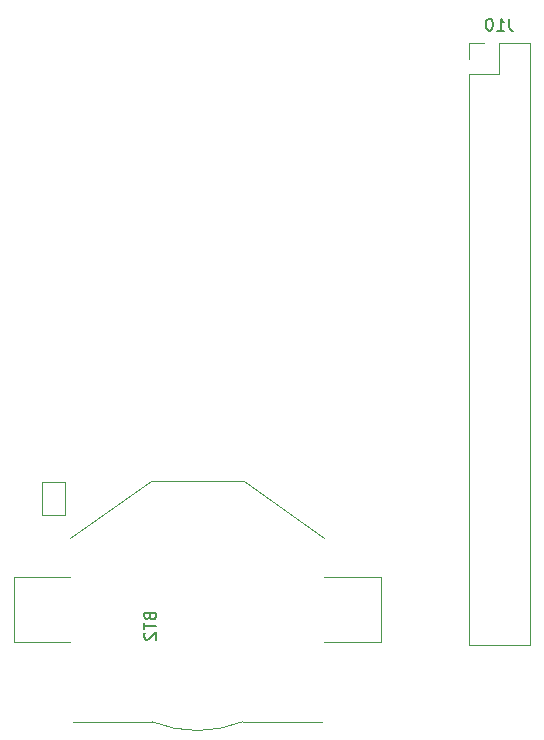
<source format=gbr>
%TF.GenerationSoftware,KiCad,Pcbnew,(6.99.0-2504-g6a9c6e8599)*%
%TF.CreationDate,2023-09-25T01:47:04-07:00*%
%TF.ProjectId,BuoyPower,42756f79-506f-4776-9572-2e6b69636164,rev?*%
%TF.SameCoordinates,Original*%
%TF.FileFunction,Legend,Bot*%
%TF.FilePolarity,Positive*%
%FSLAX46Y46*%
G04 Gerber Fmt 4.6, Leading zero omitted, Abs format (unit mm)*
G04 Created by KiCad (PCBNEW (6.99.0-2504-g6a9c6e8599)) date 2023-09-25 01:47:04*
%MOMM*%
%LPD*%
G01*
G04 APERTURE LIST*
%ADD10C,0.150000*%
%ADD11C,0.120000*%
G04 APERTURE END LIST*
D10*
%TO.C,J10*%
X178277523Y-70641380D02*
X178277523Y-71355666D01*
X178277523Y-71355666D02*
X178325142Y-71498523D01*
X178325142Y-71498523D02*
X178420380Y-71593761D01*
X178420380Y-71593761D02*
X178563237Y-71641380D01*
X178563237Y-71641380D02*
X178658475Y-71641380D01*
X177277523Y-71641380D02*
X177848951Y-71641380D01*
X177563237Y-71641380D02*
X177563237Y-70641380D01*
X177563237Y-70641380D02*
X177658475Y-70784238D01*
X177658475Y-70784238D02*
X177753713Y-70879476D01*
X177753713Y-70879476D02*
X177848951Y-70927095D01*
X176658475Y-70641380D02*
X176563237Y-70641380D01*
X176563237Y-70641380D02*
X176467999Y-70689000D01*
X176467999Y-70689000D02*
X176420380Y-70736619D01*
X176420380Y-70736619D02*
X176372761Y-70831857D01*
X176372761Y-70831857D02*
X176325142Y-71022333D01*
X176325142Y-71022333D02*
X176325142Y-71260428D01*
X176325142Y-71260428D02*
X176372761Y-71450904D01*
X176372761Y-71450904D02*
X176420380Y-71546142D01*
X176420380Y-71546142D02*
X176467999Y-71593761D01*
X176467999Y-71593761D02*
X176563237Y-71641380D01*
X176563237Y-71641380D02*
X176658475Y-71641380D01*
X176658475Y-71641380D02*
X176753713Y-71593761D01*
X176753713Y-71593761D02*
X176801332Y-71546142D01*
X176801332Y-71546142D02*
X176848951Y-71450904D01*
X176848951Y-71450904D02*
X176896570Y-71260428D01*
X176896570Y-71260428D02*
X176896570Y-71022333D01*
X176896570Y-71022333D02*
X176848951Y-70831857D01*
X176848951Y-70831857D02*
X176801332Y-70736619D01*
X176801332Y-70736619D02*
X176753713Y-70689000D01*
X176753713Y-70689000D02*
X176658475Y-70641380D01*
%TO.C,BT2*%
X147861571Y-121245785D02*
X147909190Y-121388642D01*
X147909190Y-121388642D02*
X147956809Y-121436261D01*
X147956809Y-121436261D02*
X148052047Y-121483880D01*
X148052047Y-121483880D02*
X148194904Y-121483880D01*
X148194904Y-121483880D02*
X148290142Y-121436261D01*
X148290142Y-121436261D02*
X148337761Y-121388642D01*
X148337761Y-121388642D02*
X148385380Y-121293404D01*
X148385380Y-121293404D02*
X148385380Y-120912452D01*
X148385380Y-120912452D02*
X147385380Y-120912452D01*
X147385380Y-120912452D02*
X147385380Y-121245785D01*
X147385380Y-121245785D02*
X147433000Y-121341023D01*
X147433000Y-121341023D02*
X147480619Y-121388642D01*
X147480619Y-121388642D02*
X147575857Y-121436261D01*
X147575857Y-121436261D02*
X147671095Y-121436261D01*
X147671095Y-121436261D02*
X147766333Y-121388642D01*
X147766333Y-121388642D02*
X147813952Y-121341023D01*
X147813952Y-121341023D02*
X147861571Y-121245785D01*
X147861571Y-121245785D02*
X147861571Y-120912452D01*
X147385380Y-121769595D02*
X147385380Y-122341023D01*
X148385380Y-122055309D02*
X147385380Y-122055309D01*
X147480619Y-122626738D02*
X147433000Y-122674357D01*
X147433000Y-122674357D02*
X147385380Y-122769595D01*
X147385380Y-122769595D02*
X147385380Y-123007690D01*
X147385380Y-123007690D02*
X147433000Y-123102928D01*
X147433000Y-123102928D02*
X147480619Y-123150547D01*
X147480619Y-123150547D02*
X147575857Y-123198166D01*
X147575857Y-123198166D02*
X147671095Y-123198166D01*
X147671095Y-123198166D02*
X147813952Y-123150547D01*
X147813952Y-123150547D02*
X148385380Y-122579119D01*
X148385380Y-122579119D02*
X148385380Y-123198166D01*
D11*
%TO.C,JP42*%
X138700000Y-109852000D02*
X138700000Y-112652000D01*
X140700000Y-109852000D02*
X138700000Y-109852000D01*
X138700000Y-112652000D02*
X140700000Y-112652000D01*
X140700000Y-112652000D02*
X140700000Y-109852000D01*
%TO.C,J10*%
X180068000Y-123634000D02*
X174868000Y-123634000D01*
X180068000Y-72714000D02*
X180068000Y-123634000D01*
X180068000Y-72714000D02*
X177468000Y-72714000D01*
X177468000Y-75314000D02*
X174868000Y-75314000D01*
X177468000Y-72714000D02*
X177468000Y-75314000D01*
X176198000Y-72714000D02*
X174868000Y-72714000D01*
X174868000Y-75314000D02*
X174868000Y-123634000D01*
X174868000Y-72714000D02*
X174868000Y-74044000D01*
%TO.C,BT2*%
X136342000Y-117900000D02*
X141142000Y-117900000D01*
X136342000Y-123400000D02*
X136342000Y-117900000D01*
X141092000Y-114600000D02*
X147942000Y-109800000D01*
X141142000Y-123400000D02*
X136342000Y-123400000D01*
X141342000Y-130150000D02*
X148042000Y-130150000D01*
X147942000Y-109800000D02*
X155842000Y-109800000D01*
X155842000Y-109800000D02*
X162642000Y-114600000D01*
X162442000Y-130150000D02*
X155742000Y-130150000D01*
X162642000Y-117900000D02*
X167442000Y-117900000D01*
X167442000Y-117900000D02*
X167442000Y-123400000D01*
X167442000Y-123400000D02*
X162642000Y-123400000D01*
X148045615Y-130151463D02*
G75*
G03*
X155742000Y-130149999I3846385J9501463D01*
G01*
%TD*%
M02*

</source>
